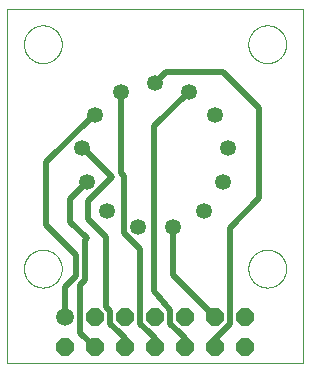
<source format=gtl>
G75*
%MOIN*%
%OFA0B0*%
%FSLAX25Y25*%
%IPPOS*%
%LPD*%
%AMOC8*
5,1,8,0,0,1.08239X$1,22.5*
%
%ADD10C,0.00000*%
%ADD11C,0.05307*%
%ADD12C,0.05937*%
%ADD13OC8,0.05937*%
%ADD14C,0.02000*%
D10*
X0001000Y0010264D02*
X0001000Y0128374D01*
X0099425Y0128374D01*
X0099425Y0010264D01*
X0001000Y0010264D01*
X0006512Y0041760D02*
X0006514Y0041918D01*
X0006520Y0042076D01*
X0006530Y0042234D01*
X0006544Y0042392D01*
X0006562Y0042549D01*
X0006583Y0042706D01*
X0006609Y0042862D01*
X0006639Y0043018D01*
X0006672Y0043173D01*
X0006710Y0043326D01*
X0006751Y0043479D01*
X0006796Y0043631D01*
X0006845Y0043782D01*
X0006898Y0043931D01*
X0006954Y0044079D01*
X0007014Y0044225D01*
X0007078Y0044370D01*
X0007146Y0044513D01*
X0007217Y0044655D01*
X0007291Y0044795D01*
X0007369Y0044932D01*
X0007451Y0045068D01*
X0007535Y0045202D01*
X0007624Y0045333D01*
X0007715Y0045462D01*
X0007810Y0045589D01*
X0007907Y0045714D01*
X0008008Y0045836D01*
X0008112Y0045955D01*
X0008219Y0046072D01*
X0008329Y0046186D01*
X0008442Y0046297D01*
X0008557Y0046406D01*
X0008675Y0046511D01*
X0008796Y0046613D01*
X0008919Y0046713D01*
X0009045Y0046809D01*
X0009173Y0046902D01*
X0009303Y0046992D01*
X0009436Y0047078D01*
X0009571Y0047162D01*
X0009707Y0047241D01*
X0009846Y0047318D01*
X0009987Y0047390D01*
X0010129Y0047460D01*
X0010273Y0047525D01*
X0010419Y0047587D01*
X0010566Y0047645D01*
X0010715Y0047700D01*
X0010865Y0047751D01*
X0011016Y0047798D01*
X0011168Y0047841D01*
X0011321Y0047880D01*
X0011476Y0047916D01*
X0011631Y0047947D01*
X0011787Y0047975D01*
X0011943Y0047999D01*
X0012100Y0048019D01*
X0012258Y0048035D01*
X0012415Y0048047D01*
X0012574Y0048055D01*
X0012732Y0048059D01*
X0012890Y0048059D01*
X0013048Y0048055D01*
X0013207Y0048047D01*
X0013364Y0048035D01*
X0013522Y0048019D01*
X0013679Y0047999D01*
X0013835Y0047975D01*
X0013991Y0047947D01*
X0014146Y0047916D01*
X0014301Y0047880D01*
X0014454Y0047841D01*
X0014606Y0047798D01*
X0014757Y0047751D01*
X0014907Y0047700D01*
X0015056Y0047645D01*
X0015203Y0047587D01*
X0015349Y0047525D01*
X0015493Y0047460D01*
X0015635Y0047390D01*
X0015776Y0047318D01*
X0015915Y0047241D01*
X0016051Y0047162D01*
X0016186Y0047078D01*
X0016319Y0046992D01*
X0016449Y0046902D01*
X0016577Y0046809D01*
X0016703Y0046713D01*
X0016826Y0046613D01*
X0016947Y0046511D01*
X0017065Y0046406D01*
X0017180Y0046297D01*
X0017293Y0046186D01*
X0017403Y0046072D01*
X0017510Y0045955D01*
X0017614Y0045836D01*
X0017715Y0045714D01*
X0017812Y0045589D01*
X0017907Y0045462D01*
X0017998Y0045333D01*
X0018087Y0045202D01*
X0018171Y0045068D01*
X0018253Y0044932D01*
X0018331Y0044795D01*
X0018405Y0044655D01*
X0018476Y0044513D01*
X0018544Y0044370D01*
X0018608Y0044225D01*
X0018668Y0044079D01*
X0018724Y0043931D01*
X0018777Y0043782D01*
X0018826Y0043631D01*
X0018871Y0043479D01*
X0018912Y0043326D01*
X0018950Y0043173D01*
X0018983Y0043018D01*
X0019013Y0042862D01*
X0019039Y0042706D01*
X0019060Y0042549D01*
X0019078Y0042392D01*
X0019092Y0042234D01*
X0019102Y0042076D01*
X0019108Y0041918D01*
X0019110Y0041760D01*
X0019108Y0041602D01*
X0019102Y0041444D01*
X0019092Y0041286D01*
X0019078Y0041128D01*
X0019060Y0040971D01*
X0019039Y0040814D01*
X0019013Y0040658D01*
X0018983Y0040502D01*
X0018950Y0040347D01*
X0018912Y0040194D01*
X0018871Y0040041D01*
X0018826Y0039889D01*
X0018777Y0039738D01*
X0018724Y0039589D01*
X0018668Y0039441D01*
X0018608Y0039295D01*
X0018544Y0039150D01*
X0018476Y0039007D01*
X0018405Y0038865D01*
X0018331Y0038725D01*
X0018253Y0038588D01*
X0018171Y0038452D01*
X0018087Y0038318D01*
X0017998Y0038187D01*
X0017907Y0038058D01*
X0017812Y0037931D01*
X0017715Y0037806D01*
X0017614Y0037684D01*
X0017510Y0037565D01*
X0017403Y0037448D01*
X0017293Y0037334D01*
X0017180Y0037223D01*
X0017065Y0037114D01*
X0016947Y0037009D01*
X0016826Y0036907D01*
X0016703Y0036807D01*
X0016577Y0036711D01*
X0016449Y0036618D01*
X0016319Y0036528D01*
X0016186Y0036442D01*
X0016051Y0036358D01*
X0015915Y0036279D01*
X0015776Y0036202D01*
X0015635Y0036130D01*
X0015493Y0036060D01*
X0015349Y0035995D01*
X0015203Y0035933D01*
X0015056Y0035875D01*
X0014907Y0035820D01*
X0014757Y0035769D01*
X0014606Y0035722D01*
X0014454Y0035679D01*
X0014301Y0035640D01*
X0014146Y0035604D01*
X0013991Y0035573D01*
X0013835Y0035545D01*
X0013679Y0035521D01*
X0013522Y0035501D01*
X0013364Y0035485D01*
X0013207Y0035473D01*
X0013048Y0035465D01*
X0012890Y0035461D01*
X0012732Y0035461D01*
X0012574Y0035465D01*
X0012415Y0035473D01*
X0012258Y0035485D01*
X0012100Y0035501D01*
X0011943Y0035521D01*
X0011787Y0035545D01*
X0011631Y0035573D01*
X0011476Y0035604D01*
X0011321Y0035640D01*
X0011168Y0035679D01*
X0011016Y0035722D01*
X0010865Y0035769D01*
X0010715Y0035820D01*
X0010566Y0035875D01*
X0010419Y0035933D01*
X0010273Y0035995D01*
X0010129Y0036060D01*
X0009987Y0036130D01*
X0009846Y0036202D01*
X0009707Y0036279D01*
X0009571Y0036358D01*
X0009436Y0036442D01*
X0009303Y0036528D01*
X0009173Y0036618D01*
X0009045Y0036711D01*
X0008919Y0036807D01*
X0008796Y0036907D01*
X0008675Y0037009D01*
X0008557Y0037114D01*
X0008442Y0037223D01*
X0008329Y0037334D01*
X0008219Y0037448D01*
X0008112Y0037565D01*
X0008008Y0037684D01*
X0007907Y0037806D01*
X0007810Y0037931D01*
X0007715Y0038058D01*
X0007624Y0038187D01*
X0007535Y0038318D01*
X0007451Y0038452D01*
X0007369Y0038588D01*
X0007291Y0038725D01*
X0007217Y0038865D01*
X0007146Y0039007D01*
X0007078Y0039150D01*
X0007014Y0039295D01*
X0006954Y0039441D01*
X0006898Y0039589D01*
X0006845Y0039738D01*
X0006796Y0039889D01*
X0006751Y0040041D01*
X0006710Y0040194D01*
X0006672Y0040347D01*
X0006639Y0040502D01*
X0006609Y0040658D01*
X0006583Y0040814D01*
X0006562Y0040971D01*
X0006544Y0041128D01*
X0006530Y0041286D01*
X0006520Y0041444D01*
X0006514Y0041602D01*
X0006512Y0041760D01*
X0006512Y0116563D02*
X0006514Y0116721D01*
X0006520Y0116879D01*
X0006530Y0117037D01*
X0006544Y0117195D01*
X0006562Y0117352D01*
X0006583Y0117509D01*
X0006609Y0117665D01*
X0006639Y0117821D01*
X0006672Y0117976D01*
X0006710Y0118129D01*
X0006751Y0118282D01*
X0006796Y0118434D01*
X0006845Y0118585D01*
X0006898Y0118734D01*
X0006954Y0118882D01*
X0007014Y0119028D01*
X0007078Y0119173D01*
X0007146Y0119316D01*
X0007217Y0119458D01*
X0007291Y0119598D01*
X0007369Y0119735D01*
X0007451Y0119871D01*
X0007535Y0120005D01*
X0007624Y0120136D01*
X0007715Y0120265D01*
X0007810Y0120392D01*
X0007907Y0120517D01*
X0008008Y0120639D01*
X0008112Y0120758D01*
X0008219Y0120875D01*
X0008329Y0120989D01*
X0008442Y0121100D01*
X0008557Y0121209D01*
X0008675Y0121314D01*
X0008796Y0121416D01*
X0008919Y0121516D01*
X0009045Y0121612D01*
X0009173Y0121705D01*
X0009303Y0121795D01*
X0009436Y0121881D01*
X0009571Y0121965D01*
X0009707Y0122044D01*
X0009846Y0122121D01*
X0009987Y0122193D01*
X0010129Y0122263D01*
X0010273Y0122328D01*
X0010419Y0122390D01*
X0010566Y0122448D01*
X0010715Y0122503D01*
X0010865Y0122554D01*
X0011016Y0122601D01*
X0011168Y0122644D01*
X0011321Y0122683D01*
X0011476Y0122719D01*
X0011631Y0122750D01*
X0011787Y0122778D01*
X0011943Y0122802D01*
X0012100Y0122822D01*
X0012258Y0122838D01*
X0012415Y0122850D01*
X0012574Y0122858D01*
X0012732Y0122862D01*
X0012890Y0122862D01*
X0013048Y0122858D01*
X0013207Y0122850D01*
X0013364Y0122838D01*
X0013522Y0122822D01*
X0013679Y0122802D01*
X0013835Y0122778D01*
X0013991Y0122750D01*
X0014146Y0122719D01*
X0014301Y0122683D01*
X0014454Y0122644D01*
X0014606Y0122601D01*
X0014757Y0122554D01*
X0014907Y0122503D01*
X0015056Y0122448D01*
X0015203Y0122390D01*
X0015349Y0122328D01*
X0015493Y0122263D01*
X0015635Y0122193D01*
X0015776Y0122121D01*
X0015915Y0122044D01*
X0016051Y0121965D01*
X0016186Y0121881D01*
X0016319Y0121795D01*
X0016449Y0121705D01*
X0016577Y0121612D01*
X0016703Y0121516D01*
X0016826Y0121416D01*
X0016947Y0121314D01*
X0017065Y0121209D01*
X0017180Y0121100D01*
X0017293Y0120989D01*
X0017403Y0120875D01*
X0017510Y0120758D01*
X0017614Y0120639D01*
X0017715Y0120517D01*
X0017812Y0120392D01*
X0017907Y0120265D01*
X0017998Y0120136D01*
X0018087Y0120005D01*
X0018171Y0119871D01*
X0018253Y0119735D01*
X0018331Y0119598D01*
X0018405Y0119458D01*
X0018476Y0119316D01*
X0018544Y0119173D01*
X0018608Y0119028D01*
X0018668Y0118882D01*
X0018724Y0118734D01*
X0018777Y0118585D01*
X0018826Y0118434D01*
X0018871Y0118282D01*
X0018912Y0118129D01*
X0018950Y0117976D01*
X0018983Y0117821D01*
X0019013Y0117665D01*
X0019039Y0117509D01*
X0019060Y0117352D01*
X0019078Y0117195D01*
X0019092Y0117037D01*
X0019102Y0116879D01*
X0019108Y0116721D01*
X0019110Y0116563D01*
X0019108Y0116405D01*
X0019102Y0116247D01*
X0019092Y0116089D01*
X0019078Y0115931D01*
X0019060Y0115774D01*
X0019039Y0115617D01*
X0019013Y0115461D01*
X0018983Y0115305D01*
X0018950Y0115150D01*
X0018912Y0114997D01*
X0018871Y0114844D01*
X0018826Y0114692D01*
X0018777Y0114541D01*
X0018724Y0114392D01*
X0018668Y0114244D01*
X0018608Y0114098D01*
X0018544Y0113953D01*
X0018476Y0113810D01*
X0018405Y0113668D01*
X0018331Y0113528D01*
X0018253Y0113391D01*
X0018171Y0113255D01*
X0018087Y0113121D01*
X0017998Y0112990D01*
X0017907Y0112861D01*
X0017812Y0112734D01*
X0017715Y0112609D01*
X0017614Y0112487D01*
X0017510Y0112368D01*
X0017403Y0112251D01*
X0017293Y0112137D01*
X0017180Y0112026D01*
X0017065Y0111917D01*
X0016947Y0111812D01*
X0016826Y0111710D01*
X0016703Y0111610D01*
X0016577Y0111514D01*
X0016449Y0111421D01*
X0016319Y0111331D01*
X0016186Y0111245D01*
X0016051Y0111161D01*
X0015915Y0111082D01*
X0015776Y0111005D01*
X0015635Y0110933D01*
X0015493Y0110863D01*
X0015349Y0110798D01*
X0015203Y0110736D01*
X0015056Y0110678D01*
X0014907Y0110623D01*
X0014757Y0110572D01*
X0014606Y0110525D01*
X0014454Y0110482D01*
X0014301Y0110443D01*
X0014146Y0110407D01*
X0013991Y0110376D01*
X0013835Y0110348D01*
X0013679Y0110324D01*
X0013522Y0110304D01*
X0013364Y0110288D01*
X0013207Y0110276D01*
X0013048Y0110268D01*
X0012890Y0110264D01*
X0012732Y0110264D01*
X0012574Y0110268D01*
X0012415Y0110276D01*
X0012258Y0110288D01*
X0012100Y0110304D01*
X0011943Y0110324D01*
X0011787Y0110348D01*
X0011631Y0110376D01*
X0011476Y0110407D01*
X0011321Y0110443D01*
X0011168Y0110482D01*
X0011016Y0110525D01*
X0010865Y0110572D01*
X0010715Y0110623D01*
X0010566Y0110678D01*
X0010419Y0110736D01*
X0010273Y0110798D01*
X0010129Y0110863D01*
X0009987Y0110933D01*
X0009846Y0111005D01*
X0009707Y0111082D01*
X0009571Y0111161D01*
X0009436Y0111245D01*
X0009303Y0111331D01*
X0009173Y0111421D01*
X0009045Y0111514D01*
X0008919Y0111610D01*
X0008796Y0111710D01*
X0008675Y0111812D01*
X0008557Y0111917D01*
X0008442Y0112026D01*
X0008329Y0112137D01*
X0008219Y0112251D01*
X0008112Y0112368D01*
X0008008Y0112487D01*
X0007907Y0112609D01*
X0007810Y0112734D01*
X0007715Y0112861D01*
X0007624Y0112990D01*
X0007535Y0113121D01*
X0007451Y0113255D01*
X0007369Y0113391D01*
X0007291Y0113528D01*
X0007217Y0113668D01*
X0007146Y0113810D01*
X0007078Y0113953D01*
X0007014Y0114098D01*
X0006954Y0114244D01*
X0006898Y0114392D01*
X0006845Y0114541D01*
X0006796Y0114692D01*
X0006751Y0114844D01*
X0006710Y0114997D01*
X0006672Y0115150D01*
X0006639Y0115305D01*
X0006609Y0115461D01*
X0006583Y0115617D01*
X0006562Y0115774D01*
X0006544Y0115931D01*
X0006530Y0116089D01*
X0006520Y0116247D01*
X0006514Y0116405D01*
X0006512Y0116563D01*
X0081315Y0116563D02*
X0081317Y0116721D01*
X0081323Y0116879D01*
X0081333Y0117037D01*
X0081347Y0117195D01*
X0081365Y0117352D01*
X0081386Y0117509D01*
X0081412Y0117665D01*
X0081442Y0117821D01*
X0081475Y0117976D01*
X0081513Y0118129D01*
X0081554Y0118282D01*
X0081599Y0118434D01*
X0081648Y0118585D01*
X0081701Y0118734D01*
X0081757Y0118882D01*
X0081817Y0119028D01*
X0081881Y0119173D01*
X0081949Y0119316D01*
X0082020Y0119458D01*
X0082094Y0119598D01*
X0082172Y0119735D01*
X0082254Y0119871D01*
X0082338Y0120005D01*
X0082427Y0120136D01*
X0082518Y0120265D01*
X0082613Y0120392D01*
X0082710Y0120517D01*
X0082811Y0120639D01*
X0082915Y0120758D01*
X0083022Y0120875D01*
X0083132Y0120989D01*
X0083245Y0121100D01*
X0083360Y0121209D01*
X0083478Y0121314D01*
X0083599Y0121416D01*
X0083722Y0121516D01*
X0083848Y0121612D01*
X0083976Y0121705D01*
X0084106Y0121795D01*
X0084239Y0121881D01*
X0084374Y0121965D01*
X0084510Y0122044D01*
X0084649Y0122121D01*
X0084790Y0122193D01*
X0084932Y0122263D01*
X0085076Y0122328D01*
X0085222Y0122390D01*
X0085369Y0122448D01*
X0085518Y0122503D01*
X0085668Y0122554D01*
X0085819Y0122601D01*
X0085971Y0122644D01*
X0086124Y0122683D01*
X0086279Y0122719D01*
X0086434Y0122750D01*
X0086590Y0122778D01*
X0086746Y0122802D01*
X0086903Y0122822D01*
X0087061Y0122838D01*
X0087218Y0122850D01*
X0087377Y0122858D01*
X0087535Y0122862D01*
X0087693Y0122862D01*
X0087851Y0122858D01*
X0088010Y0122850D01*
X0088167Y0122838D01*
X0088325Y0122822D01*
X0088482Y0122802D01*
X0088638Y0122778D01*
X0088794Y0122750D01*
X0088949Y0122719D01*
X0089104Y0122683D01*
X0089257Y0122644D01*
X0089409Y0122601D01*
X0089560Y0122554D01*
X0089710Y0122503D01*
X0089859Y0122448D01*
X0090006Y0122390D01*
X0090152Y0122328D01*
X0090296Y0122263D01*
X0090438Y0122193D01*
X0090579Y0122121D01*
X0090718Y0122044D01*
X0090854Y0121965D01*
X0090989Y0121881D01*
X0091122Y0121795D01*
X0091252Y0121705D01*
X0091380Y0121612D01*
X0091506Y0121516D01*
X0091629Y0121416D01*
X0091750Y0121314D01*
X0091868Y0121209D01*
X0091983Y0121100D01*
X0092096Y0120989D01*
X0092206Y0120875D01*
X0092313Y0120758D01*
X0092417Y0120639D01*
X0092518Y0120517D01*
X0092615Y0120392D01*
X0092710Y0120265D01*
X0092801Y0120136D01*
X0092890Y0120005D01*
X0092974Y0119871D01*
X0093056Y0119735D01*
X0093134Y0119598D01*
X0093208Y0119458D01*
X0093279Y0119316D01*
X0093347Y0119173D01*
X0093411Y0119028D01*
X0093471Y0118882D01*
X0093527Y0118734D01*
X0093580Y0118585D01*
X0093629Y0118434D01*
X0093674Y0118282D01*
X0093715Y0118129D01*
X0093753Y0117976D01*
X0093786Y0117821D01*
X0093816Y0117665D01*
X0093842Y0117509D01*
X0093863Y0117352D01*
X0093881Y0117195D01*
X0093895Y0117037D01*
X0093905Y0116879D01*
X0093911Y0116721D01*
X0093913Y0116563D01*
X0093911Y0116405D01*
X0093905Y0116247D01*
X0093895Y0116089D01*
X0093881Y0115931D01*
X0093863Y0115774D01*
X0093842Y0115617D01*
X0093816Y0115461D01*
X0093786Y0115305D01*
X0093753Y0115150D01*
X0093715Y0114997D01*
X0093674Y0114844D01*
X0093629Y0114692D01*
X0093580Y0114541D01*
X0093527Y0114392D01*
X0093471Y0114244D01*
X0093411Y0114098D01*
X0093347Y0113953D01*
X0093279Y0113810D01*
X0093208Y0113668D01*
X0093134Y0113528D01*
X0093056Y0113391D01*
X0092974Y0113255D01*
X0092890Y0113121D01*
X0092801Y0112990D01*
X0092710Y0112861D01*
X0092615Y0112734D01*
X0092518Y0112609D01*
X0092417Y0112487D01*
X0092313Y0112368D01*
X0092206Y0112251D01*
X0092096Y0112137D01*
X0091983Y0112026D01*
X0091868Y0111917D01*
X0091750Y0111812D01*
X0091629Y0111710D01*
X0091506Y0111610D01*
X0091380Y0111514D01*
X0091252Y0111421D01*
X0091122Y0111331D01*
X0090989Y0111245D01*
X0090854Y0111161D01*
X0090718Y0111082D01*
X0090579Y0111005D01*
X0090438Y0110933D01*
X0090296Y0110863D01*
X0090152Y0110798D01*
X0090006Y0110736D01*
X0089859Y0110678D01*
X0089710Y0110623D01*
X0089560Y0110572D01*
X0089409Y0110525D01*
X0089257Y0110482D01*
X0089104Y0110443D01*
X0088949Y0110407D01*
X0088794Y0110376D01*
X0088638Y0110348D01*
X0088482Y0110324D01*
X0088325Y0110304D01*
X0088167Y0110288D01*
X0088010Y0110276D01*
X0087851Y0110268D01*
X0087693Y0110264D01*
X0087535Y0110264D01*
X0087377Y0110268D01*
X0087218Y0110276D01*
X0087061Y0110288D01*
X0086903Y0110304D01*
X0086746Y0110324D01*
X0086590Y0110348D01*
X0086434Y0110376D01*
X0086279Y0110407D01*
X0086124Y0110443D01*
X0085971Y0110482D01*
X0085819Y0110525D01*
X0085668Y0110572D01*
X0085518Y0110623D01*
X0085369Y0110678D01*
X0085222Y0110736D01*
X0085076Y0110798D01*
X0084932Y0110863D01*
X0084790Y0110933D01*
X0084649Y0111005D01*
X0084510Y0111082D01*
X0084374Y0111161D01*
X0084239Y0111245D01*
X0084106Y0111331D01*
X0083976Y0111421D01*
X0083848Y0111514D01*
X0083722Y0111610D01*
X0083599Y0111710D01*
X0083478Y0111812D01*
X0083360Y0111917D01*
X0083245Y0112026D01*
X0083132Y0112137D01*
X0083022Y0112251D01*
X0082915Y0112368D01*
X0082811Y0112487D01*
X0082710Y0112609D01*
X0082613Y0112734D01*
X0082518Y0112861D01*
X0082427Y0112990D01*
X0082338Y0113121D01*
X0082254Y0113255D01*
X0082172Y0113391D01*
X0082094Y0113528D01*
X0082020Y0113668D01*
X0081949Y0113810D01*
X0081881Y0113953D01*
X0081817Y0114098D01*
X0081757Y0114244D01*
X0081701Y0114392D01*
X0081648Y0114541D01*
X0081599Y0114692D01*
X0081554Y0114844D01*
X0081513Y0114997D01*
X0081475Y0115150D01*
X0081442Y0115305D01*
X0081412Y0115461D01*
X0081386Y0115617D01*
X0081365Y0115774D01*
X0081347Y0115931D01*
X0081333Y0116089D01*
X0081323Y0116247D01*
X0081317Y0116405D01*
X0081315Y0116563D01*
X0081315Y0041760D02*
X0081317Y0041918D01*
X0081323Y0042076D01*
X0081333Y0042234D01*
X0081347Y0042392D01*
X0081365Y0042549D01*
X0081386Y0042706D01*
X0081412Y0042862D01*
X0081442Y0043018D01*
X0081475Y0043173D01*
X0081513Y0043326D01*
X0081554Y0043479D01*
X0081599Y0043631D01*
X0081648Y0043782D01*
X0081701Y0043931D01*
X0081757Y0044079D01*
X0081817Y0044225D01*
X0081881Y0044370D01*
X0081949Y0044513D01*
X0082020Y0044655D01*
X0082094Y0044795D01*
X0082172Y0044932D01*
X0082254Y0045068D01*
X0082338Y0045202D01*
X0082427Y0045333D01*
X0082518Y0045462D01*
X0082613Y0045589D01*
X0082710Y0045714D01*
X0082811Y0045836D01*
X0082915Y0045955D01*
X0083022Y0046072D01*
X0083132Y0046186D01*
X0083245Y0046297D01*
X0083360Y0046406D01*
X0083478Y0046511D01*
X0083599Y0046613D01*
X0083722Y0046713D01*
X0083848Y0046809D01*
X0083976Y0046902D01*
X0084106Y0046992D01*
X0084239Y0047078D01*
X0084374Y0047162D01*
X0084510Y0047241D01*
X0084649Y0047318D01*
X0084790Y0047390D01*
X0084932Y0047460D01*
X0085076Y0047525D01*
X0085222Y0047587D01*
X0085369Y0047645D01*
X0085518Y0047700D01*
X0085668Y0047751D01*
X0085819Y0047798D01*
X0085971Y0047841D01*
X0086124Y0047880D01*
X0086279Y0047916D01*
X0086434Y0047947D01*
X0086590Y0047975D01*
X0086746Y0047999D01*
X0086903Y0048019D01*
X0087061Y0048035D01*
X0087218Y0048047D01*
X0087377Y0048055D01*
X0087535Y0048059D01*
X0087693Y0048059D01*
X0087851Y0048055D01*
X0088010Y0048047D01*
X0088167Y0048035D01*
X0088325Y0048019D01*
X0088482Y0047999D01*
X0088638Y0047975D01*
X0088794Y0047947D01*
X0088949Y0047916D01*
X0089104Y0047880D01*
X0089257Y0047841D01*
X0089409Y0047798D01*
X0089560Y0047751D01*
X0089710Y0047700D01*
X0089859Y0047645D01*
X0090006Y0047587D01*
X0090152Y0047525D01*
X0090296Y0047460D01*
X0090438Y0047390D01*
X0090579Y0047318D01*
X0090718Y0047241D01*
X0090854Y0047162D01*
X0090989Y0047078D01*
X0091122Y0046992D01*
X0091252Y0046902D01*
X0091380Y0046809D01*
X0091506Y0046713D01*
X0091629Y0046613D01*
X0091750Y0046511D01*
X0091868Y0046406D01*
X0091983Y0046297D01*
X0092096Y0046186D01*
X0092206Y0046072D01*
X0092313Y0045955D01*
X0092417Y0045836D01*
X0092518Y0045714D01*
X0092615Y0045589D01*
X0092710Y0045462D01*
X0092801Y0045333D01*
X0092890Y0045202D01*
X0092974Y0045068D01*
X0093056Y0044932D01*
X0093134Y0044795D01*
X0093208Y0044655D01*
X0093279Y0044513D01*
X0093347Y0044370D01*
X0093411Y0044225D01*
X0093471Y0044079D01*
X0093527Y0043931D01*
X0093580Y0043782D01*
X0093629Y0043631D01*
X0093674Y0043479D01*
X0093715Y0043326D01*
X0093753Y0043173D01*
X0093786Y0043018D01*
X0093816Y0042862D01*
X0093842Y0042706D01*
X0093863Y0042549D01*
X0093881Y0042392D01*
X0093895Y0042234D01*
X0093905Y0042076D01*
X0093911Y0041918D01*
X0093913Y0041760D01*
X0093911Y0041602D01*
X0093905Y0041444D01*
X0093895Y0041286D01*
X0093881Y0041128D01*
X0093863Y0040971D01*
X0093842Y0040814D01*
X0093816Y0040658D01*
X0093786Y0040502D01*
X0093753Y0040347D01*
X0093715Y0040194D01*
X0093674Y0040041D01*
X0093629Y0039889D01*
X0093580Y0039738D01*
X0093527Y0039589D01*
X0093471Y0039441D01*
X0093411Y0039295D01*
X0093347Y0039150D01*
X0093279Y0039007D01*
X0093208Y0038865D01*
X0093134Y0038725D01*
X0093056Y0038588D01*
X0092974Y0038452D01*
X0092890Y0038318D01*
X0092801Y0038187D01*
X0092710Y0038058D01*
X0092615Y0037931D01*
X0092518Y0037806D01*
X0092417Y0037684D01*
X0092313Y0037565D01*
X0092206Y0037448D01*
X0092096Y0037334D01*
X0091983Y0037223D01*
X0091868Y0037114D01*
X0091750Y0037009D01*
X0091629Y0036907D01*
X0091506Y0036807D01*
X0091380Y0036711D01*
X0091252Y0036618D01*
X0091122Y0036528D01*
X0090989Y0036442D01*
X0090854Y0036358D01*
X0090718Y0036279D01*
X0090579Y0036202D01*
X0090438Y0036130D01*
X0090296Y0036060D01*
X0090152Y0035995D01*
X0090006Y0035933D01*
X0089859Y0035875D01*
X0089710Y0035820D01*
X0089560Y0035769D01*
X0089409Y0035722D01*
X0089257Y0035679D01*
X0089104Y0035640D01*
X0088949Y0035604D01*
X0088794Y0035573D01*
X0088638Y0035545D01*
X0088482Y0035521D01*
X0088325Y0035501D01*
X0088167Y0035485D01*
X0088010Y0035473D01*
X0087851Y0035465D01*
X0087693Y0035461D01*
X0087535Y0035461D01*
X0087377Y0035465D01*
X0087218Y0035473D01*
X0087061Y0035485D01*
X0086903Y0035501D01*
X0086746Y0035521D01*
X0086590Y0035545D01*
X0086434Y0035573D01*
X0086279Y0035604D01*
X0086124Y0035640D01*
X0085971Y0035679D01*
X0085819Y0035722D01*
X0085668Y0035769D01*
X0085518Y0035820D01*
X0085369Y0035875D01*
X0085222Y0035933D01*
X0085076Y0035995D01*
X0084932Y0036060D01*
X0084790Y0036130D01*
X0084649Y0036202D01*
X0084510Y0036279D01*
X0084374Y0036358D01*
X0084239Y0036442D01*
X0084106Y0036528D01*
X0083976Y0036618D01*
X0083848Y0036711D01*
X0083722Y0036807D01*
X0083599Y0036907D01*
X0083478Y0037009D01*
X0083360Y0037114D01*
X0083245Y0037223D01*
X0083132Y0037334D01*
X0083022Y0037448D01*
X0082915Y0037565D01*
X0082811Y0037684D01*
X0082710Y0037806D01*
X0082613Y0037931D01*
X0082518Y0038058D01*
X0082427Y0038187D01*
X0082338Y0038318D01*
X0082254Y0038452D01*
X0082172Y0038588D01*
X0082094Y0038725D01*
X0082020Y0038865D01*
X0081949Y0039007D01*
X0081881Y0039150D01*
X0081817Y0039295D01*
X0081757Y0039441D01*
X0081701Y0039589D01*
X0081648Y0039738D01*
X0081599Y0039889D01*
X0081554Y0040041D01*
X0081513Y0040194D01*
X0081475Y0040347D01*
X0081442Y0040502D01*
X0081412Y0040658D01*
X0081386Y0040814D01*
X0081365Y0040971D01*
X0081347Y0041128D01*
X0081333Y0041286D01*
X0081323Y0041444D01*
X0081317Y0041602D01*
X0081315Y0041760D01*
D11*
X0066373Y0060920D03*
X0072999Y0070520D03*
X0074405Y0082099D03*
X0070269Y0093005D03*
X0061538Y0100740D03*
X0050213Y0103531D03*
X0038887Y0100740D03*
X0030157Y0093005D03*
X0026020Y0082099D03*
X0027426Y0070520D03*
X0034052Y0060920D03*
X0044381Y0055500D03*
X0056044Y0055500D03*
D12*
X0020213Y0025500D03*
D13*
X0020213Y0015500D03*
X0030213Y0015500D03*
X0030213Y0025500D03*
X0040213Y0025500D03*
X0040213Y0015500D03*
X0050213Y0015500D03*
X0050213Y0025500D03*
X0060213Y0025500D03*
X0060213Y0015500D03*
X0070213Y0015500D03*
X0070213Y0025500D03*
X0080213Y0025500D03*
X0080213Y0015500D03*
D14*
X0075181Y0023442D02*
X0070213Y0018473D01*
X0070213Y0015500D01*
X0070213Y0018496D01*
X0070213Y0025500D02*
X0056044Y0039668D01*
X0056044Y0055500D01*
X0045260Y0048284D02*
X0045260Y0044996D01*
X0045244Y0044981D01*
X0045244Y0023442D01*
X0048155Y0020531D01*
X0048177Y0020531D01*
X0050213Y0018496D01*
X0050213Y0015500D01*
X0055244Y0023442D02*
X0058155Y0020531D01*
X0058177Y0020531D01*
X0060213Y0018496D01*
X0060213Y0015500D01*
X0055244Y0023442D02*
X0055244Y0027558D01*
X0055260Y0027574D01*
X0055260Y0028004D01*
X0050000Y0034264D01*
X0050000Y0089202D01*
X0061538Y0100740D01*
X0053945Y0107264D02*
X0050213Y0103531D01*
X0053945Y0107264D02*
X0073000Y0107264D01*
X0085000Y0095264D01*
X0085000Y0065264D01*
X0075165Y0055429D01*
X0075165Y0027574D01*
X0075181Y0027558D01*
X0075181Y0023442D01*
X0045260Y0048284D02*
X0042698Y0050846D01*
X0042453Y0050846D01*
X0039727Y0053572D01*
X0039727Y0072779D01*
X0038887Y0073619D01*
X0038887Y0100740D01*
X0030157Y0093005D02*
X0029500Y0092764D01*
X0014000Y0077264D01*
X0014000Y0056264D01*
X0024000Y0046264D01*
X0024000Y0039264D01*
X0020213Y0035476D01*
X0020213Y0025500D01*
X0025244Y0023442D02*
X0025244Y0028264D01*
X0025244Y0036265D01*
X0027000Y0038021D01*
X0027000Y0051411D01*
X0027426Y0051837D01*
X0022000Y0057264D01*
X0022000Y0065093D01*
X0027426Y0070520D01*
X0028000Y0064264D02*
X0036000Y0072264D01*
X0026165Y0082099D01*
X0026020Y0082099D01*
X0028000Y0064264D02*
X0028000Y0058264D01*
X0034000Y0052264D01*
X0034000Y0028811D01*
X0035244Y0027567D01*
X0035244Y0023442D01*
X0038155Y0020531D01*
X0038177Y0020531D01*
X0040213Y0018496D01*
X0040213Y0015500D01*
X0030213Y0015500D02*
X0025260Y0020453D01*
X0025260Y0023426D01*
X0025244Y0023442D01*
X0035244Y0027567D02*
X0035260Y0027552D01*
M02*

</source>
